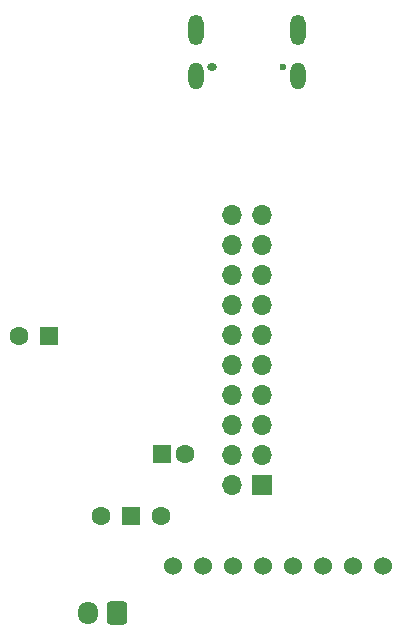
<source format=gbr>
%TF.GenerationSoftware,KiCad,Pcbnew,8.0.1*%
%TF.CreationDate,2024-04-19T02:29:26-07:00*%
%TF.ProjectId,ESP32C3_Upper,45535033-3243-4335-9f55-707065722e6b,rev?*%
%TF.SameCoordinates,Original*%
%TF.FileFunction,Soldermask,Bot*%
%TF.FilePolarity,Negative*%
%FSLAX46Y46*%
G04 Gerber Fmt 4.6, Leading zero omitted, Abs format (unit mm)*
G04 Created by KiCad (PCBNEW 8.0.1) date 2024-04-19 02:29:26*
%MOMM*%
%LPD*%
G01*
G04 APERTURE LIST*
G04 Aperture macros list*
%AMRoundRect*
0 Rectangle with rounded corners*
0 $1 Rounding radius*
0 $2 $3 $4 $5 $6 $7 $8 $9 X,Y pos of 4 corners*
0 Add a 4 corners polygon primitive as box body*
4,1,4,$2,$3,$4,$5,$6,$7,$8,$9,$2,$3,0*
0 Add four circle primitives for the rounded corners*
1,1,$1+$1,$2,$3*
1,1,$1+$1,$4,$5*
1,1,$1+$1,$6,$7*
1,1,$1+$1,$8,$9*
0 Add four rect primitives between the rounded corners*
20,1,$1+$1,$2,$3,$4,$5,0*
20,1,$1+$1,$4,$5,$6,$7,0*
20,1,$1+$1,$6,$7,$8,$9,0*
20,1,$1+$1,$8,$9,$2,$3,0*%
G04 Aperture macros list end*
%ADD10C,1.524000*%
%ADD11R,1.700000X1.700000*%
%ADD12O,1.700000X1.700000*%
%ADD13R,1.600000X1.600000*%
%ADD14C,1.600000*%
%ADD15C,0.600000*%
%ADD16O,0.850000X0.600000*%
%ADD17O,1.300000X2.300000*%
%ADD18O,1.300000X2.600000*%
%ADD19RoundRect,0.250000X0.600000X0.725000X-0.600000X0.725000X-0.600000X-0.725000X0.600000X-0.725000X0*%
%ADD20O,1.700000X1.950000*%
%ADD21R,1.500000X1.500000*%
G04 APERTURE END LIST*
D10*
%TO.C,U4*%
X151290000Y-118220000D03*
X146210000Y-118220000D03*
X158910000Y-118220000D03*
X148750000Y-118220000D03*
X143670000Y-118220000D03*
X156370000Y-118220000D03*
X153830000Y-118220000D03*
X161450000Y-118220000D03*
%TD*%
D11*
%TO.C,J2*%
X151200000Y-111360000D03*
D12*
X148660000Y-111360000D03*
X151200000Y-108820000D03*
X148660000Y-108820000D03*
X151200000Y-106280000D03*
X148660000Y-106280000D03*
X151200000Y-103740000D03*
X148660000Y-103740000D03*
X151200000Y-101200000D03*
X148660000Y-101200000D03*
X151200000Y-98660000D03*
X148660000Y-98660000D03*
X151200000Y-96120000D03*
X148660000Y-96120000D03*
X151200000Y-93580000D03*
X148660000Y-93580000D03*
X151200000Y-91040000D03*
X148660000Y-91040000D03*
X151200000Y-88500000D03*
X148660000Y-88500000D03*
%TD*%
D13*
%TO.C,C4*%
X142660000Y-108700000D03*
D14*
X144660000Y-108700000D03*
%TD*%
D15*
%TO.C,J3*%
X152910000Y-75950000D03*
D16*
X146910000Y-75950000D03*
D17*
X154230000Y-76675000D03*
D18*
X154230000Y-72850000D03*
D17*
X145590000Y-76675000D03*
D18*
X145590000Y-72850000D03*
%TD*%
D19*
%TO.C,J1*%
X138910000Y-122200000D03*
D20*
X136410000Y-122200000D03*
%TD*%
D21*
%TO.C,SW1*%
X140070000Y-113950000D03*
D14*
X142610000Y-113950000D03*
X137530000Y-113950000D03*
%TD*%
D13*
%TO.C,C9*%
X133092380Y-98700000D03*
D14*
X130592380Y-98700000D03*
%TD*%
M02*

</source>
